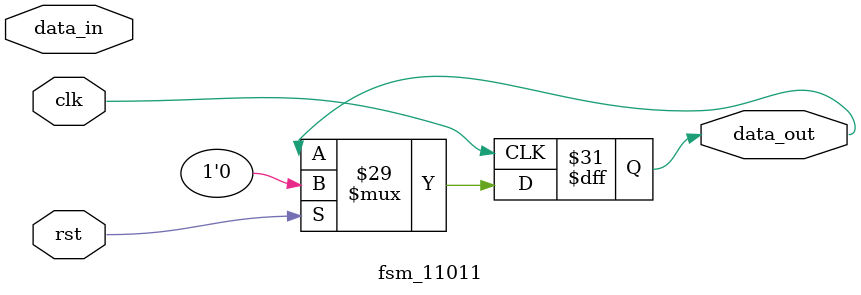
<source format=v>
module fsm_11011 (clk, rst, data_in, data_out);
input clk, rst, data_in;
output reg data_out;

parameter IDLE=3'b000, GOT1=3'b001, GOT11=3'b010, GOT110=3'b011, GOT1101=3'b100, GOT11011=3'b101;
reg [2:1] ps, ns;

always @(posedge clk)
    begin
    if (rst)
        begin
        ps<=IDLE;
        data_out<=1'b0;
        end
        
    else
        ps<=ns;
    end
    
 always @(ps, data_in)
    begin
    case (ps)
        IDLE: begin
              if (data_in==1'b0)
                ns<=IDLE;
              
              else
                ns<=GOT1;
              end  
              
        GOT1: begin
              if (data_in==1'b0)
                ns<=IDLE;
              
              else
                ns<=GOT11;
              end      
              
        GOT11: begin
              if (data_in==1'b0)
                ns<=GOT110;
              
              else
                ns<=GOT11;
              end    
              
        GOT110: begin
              if (data_in==1'b0)
                ns<=IDLE;
              
              else
                ns<=GOT1101;
              end    
              
        GOT1101: begin
              if (data_in==1'b0)
                begin
                data_out<=1'b0;
                ns<=IDLE;
                end
              
              else
                begin
                data_out<=1'b1;
                ns<=GOT11011;
                end
              end   
              
        GOT11011: begin
              if (data_in==1'b0)
                ns<=GOT110;
              
              else
                ns<=GOT11;
              end                                                               
    endcase
    end
endmodule
</source>
